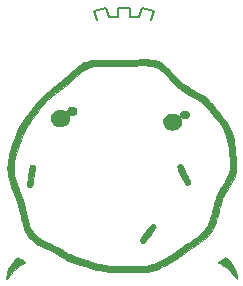
<source format=gto>
G04 #@! TF.FileFunction,Legend,Top*
%FSLAX46Y46*%
G04 Gerber Fmt 4.6, Leading zero omitted, Abs format (unit mm)*
G04 Created by KiCad (PCBNEW 4.0.6-e0-6349~53~ubuntu16.04.1) date Sun Nov  5 22:25:15 2017*
%MOMM*%
%LPD*%
G01*
G04 APERTURE LIST*
%ADD10C,0.100000*%
%ADD11C,0.200000*%
%ADD12C,0.010000*%
G04 APERTURE END LIST*
D10*
D11*
X49276000Y-32512000D02*
X49022000Y-33274000D01*
X48260000Y-32258000D02*
X49276000Y-32512000D01*
X48006000Y-33020000D02*
X48260000Y-32258000D01*
X47244000Y-33020000D02*
X48006000Y-33020000D01*
X47244000Y-32258000D02*
X47244000Y-33020000D01*
X46228000Y-32258000D02*
X47244000Y-32258000D01*
X46228000Y-33020000D02*
X46228000Y-32258000D01*
X45466000Y-33020000D02*
X46228000Y-33020000D01*
X45212000Y-32258000D02*
X45466000Y-33020000D01*
X44196000Y-32512000D02*
X45212000Y-32258000D01*
X44450000Y-33274000D02*
X44196000Y-32512000D01*
D12*
G36*
X37743309Y-53383275D02*
X37812907Y-53423627D01*
X37905539Y-53482071D01*
X38010594Y-53551396D01*
X38117460Y-53624393D01*
X38215525Y-53693853D01*
X38294178Y-53752568D01*
X38342807Y-53793328D01*
X38353309Y-53807052D01*
X38329715Y-53834179D01*
X38270092Y-53865320D01*
X38248167Y-53873628D01*
X38092398Y-53945283D01*
X37913456Y-54056741D01*
X37719622Y-54200935D01*
X37519178Y-54370802D01*
X37320405Y-54559274D01*
X37131583Y-54759286D01*
X36960994Y-54963774D01*
X36942889Y-54987298D01*
X36844703Y-55111652D01*
X36774022Y-55189740D01*
X36728132Y-55222974D01*
X36704325Y-55212762D01*
X36699887Y-55160517D01*
X36705200Y-55110944D01*
X36784570Y-54749466D01*
X36918886Y-54393951D01*
X37106694Y-54048083D01*
X37152055Y-53978128D01*
X37223680Y-53878368D01*
X37311019Y-53768120D01*
X37406013Y-53656235D01*
X37500600Y-53551566D01*
X37586720Y-53462968D01*
X37656314Y-53399291D01*
X37701320Y-53369391D01*
X37707358Y-53368222D01*
X37743309Y-53383275D01*
X37743309Y-53383275D01*
G37*
X37743309Y-53383275D02*
X37812907Y-53423627D01*
X37905539Y-53482071D01*
X38010594Y-53551396D01*
X38117460Y-53624393D01*
X38215525Y-53693853D01*
X38294178Y-53752568D01*
X38342807Y-53793328D01*
X38353309Y-53807052D01*
X38329715Y-53834179D01*
X38270092Y-53865320D01*
X38248167Y-53873628D01*
X38092398Y-53945283D01*
X37913456Y-54056741D01*
X37719622Y-54200935D01*
X37519178Y-54370802D01*
X37320405Y-54559274D01*
X37131583Y-54759286D01*
X36960994Y-54963774D01*
X36942889Y-54987298D01*
X36844703Y-55111652D01*
X36774022Y-55189740D01*
X36728132Y-55222974D01*
X36704325Y-55212762D01*
X36699887Y-55160517D01*
X36705200Y-55110944D01*
X36784570Y-54749466D01*
X36918886Y-54393951D01*
X37106694Y-54048083D01*
X37152055Y-53978128D01*
X37223680Y-53878368D01*
X37311019Y-53768120D01*
X37406013Y-53656235D01*
X37500600Y-53551566D01*
X37586720Y-53462968D01*
X37656314Y-53399291D01*
X37701320Y-53369391D01*
X37707358Y-53368222D01*
X37743309Y-53383275D01*
G36*
X55336150Y-53399579D02*
X55399894Y-53439620D01*
X55474053Y-53514545D01*
X55563874Y-53617880D01*
X55813205Y-53939557D01*
X56013906Y-54267517D01*
X56163909Y-54597582D01*
X56261148Y-54925575D01*
X56288699Y-55082722D01*
X56295463Y-55179024D01*
X56282295Y-55224774D01*
X56248057Y-55219881D01*
X56191609Y-55164256D01*
X56119889Y-55069341D01*
X56060237Y-54992441D01*
X55970817Y-54886993D01*
X55861704Y-54764432D01*
X55742969Y-54636195D01*
X55683380Y-54573769D01*
X55494183Y-54388348D01*
X55304118Y-54221684D01*
X55121029Y-54079671D01*
X54952760Y-53968207D01*
X54807157Y-53893188D01*
X54750829Y-53872803D01*
X54681187Y-53845217D01*
X54642064Y-53816661D01*
X54638914Y-53808255D01*
X54661495Y-53782111D01*
X54722840Y-53732216D01*
X54814158Y-53665228D01*
X54926661Y-53587807D01*
X54953291Y-53570095D01*
X55091392Y-53479680D01*
X55193501Y-53420517D01*
X55271220Y-53393514D01*
X55336150Y-53399579D01*
X55336150Y-53399579D01*
G37*
X55336150Y-53399579D02*
X55399894Y-53439620D01*
X55474053Y-53514545D01*
X55563874Y-53617880D01*
X55813205Y-53939557D01*
X56013906Y-54267517D01*
X56163909Y-54597582D01*
X56261148Y-54925575D01*
X56288699Y-55082722D01*
X56295463Y-55179024D01*
X56282295Y-55224774D01*
X56248057Y-55219881D01*
X56191609Y-55164256D01*
X56119889Y-55069341D01*
X56060237Y-54992441D01*
X55970817Y-54886993D01*
X55861704Y-54764432D01*
X55742969Y-54636195D01*
X55683380Y-54573769D01*
X55494183Y-54388348D01*
X55304118Y-54221684D01*
X55121029Y-54079671D01*
X54952760Y-53968207D01*
X54807157Y-53893188D01*
X54750829Y-53872803D01*
X54681187Y-53845217D01*
X54642064Y-53816661D01*
X54638914Y-53808255D01*
X54661495Y-53782111D01*
X54722840Y-53732216D01*
X54814158Y-53665228D01*
X54926661Y-53587807D01*
X54953291Y-53570095D01*
X55091392Y-53479680D01*
X55193501Y-53420517D01*
X55271220Y-53393514D01*
X55336150Y-53399579D01*
G36*
X48620799Y-36611518D02*
X48757772Y-36619044D01*
X48875323Y-36630361D01*
X49124187Y-36664993D01*
X49346627Y-36710028D01*
X49549124Y-36769508D01*
X49738161Y-36847477D01*
X49920218Y-36947978D01*
X50101779Y-37075055D01*
X50289323Y-37232751D01*
X50489335Y-37425110D01*
X50708294Y-37656174D01*
X50945488Y-37921763D01*
X51123532Y-38123306D01*
X51278956Y-38293209D01*
X51419869Y-38437734D01*
X51554379Y-38563147D01*
X51690594Y-38675713D01*
X51836623Y-38781697D01*
X52000574Y-38887362D01*
X52190555Y-38998974D01*
X52414674Y-39122797D01*
X52681040Y-39265096D01*
X52690889Y-39270309D01*
X52984484Y-39429695D01*
X53232977Y-39574399D01*
X53443901Y-39710121D01*
X53624793Y-39842560D01*
X53783186Y-39977412D01*
X53926616Y-40120378D01*
X54062617Y-40277154D01*
X54123345Y-40353656D01*
X54204766Y-40456837D01*
X54312369Y-40590515D01*
X54435892Y-40742085D01*
X54565074Y-40898943D01*
X54666631Y-41021000D01*
X54898482Y-41301365D01*
X55095312Y-41547260D01*
X55261145Y-41764980D01*
X55400001Y-41960817D01*
X55515904Y-42141065D01*
X55612875Y-42312018D01*
X55694938Y-42479968D01*
X55766115Y-42651209D01*
X55830428Y-42832034D01*
X55837099Y-42852299D01*
X55920653Y-43137155D01*
X55991173Y-43443194D01*
X56049689Y-43777305D01*
X56097236Y-44146374D01*
X56134845Y-44557292D01*
X56163550Y-45016947D01*
X56164521Y-45036301D01*
X56178598Y-45370460D01*
X56183363Y-45658138D01*
X56176392Y-45908873D01*
X56155257Y-46132207D01*
X56117536Y-46337679D01*
X56060802Y-46534831D01*
X55982630Y-46733202D01*
X55880595Y-46942333D01*
X55752271Y-47171765D01*
X55595235Y-47431037D01*
X55528715Y-47537480D01*
X55389005Y-47760583D01*
X55273782Y-47948485D01*
X55179066Y-48110673D01*
X55100881Y-48256634D01*
X55035250Y-48395855D01*
X54978195Y-48537823D01*
X54925739Y-48692024D01*
X54873905Y-48867946D01*
X54818715Y-49075075D01*
X54756192Y-49322898D01*
X54721423Y-49463072D01*
X54647837Y-49755012D01*
X54582678Y-50000291D01*
X54523084Y-50207552D01*
X54466193Y-50385436D01*
X54409141Y-50542587D01*
X54349065Y-50687648D01*
X54283104Y-50829259D01*
X54241191Y-50912889D01*
X54116531Y-51134755D01*
X53975905Y-51340959D01*
X53813540Y-51537164D01*
X53623665Y-51729033D01*
X53400507Y-51922228D01*
X53138295Y-52122413D01*
X52831256Y-52335250D01*
X52709931Y-52415216D01*
X52517445Y-52542222D01*
X52296630Y-52690487D01*
X52064882Y-52848172D01*
X51839591Y-53003434D01*
X51638153Y-53144435D01*
X51623376Y-53154895D01*
X51446443Y-53279565D01*
X51264868Y-53406263D01*
X51090228Y-53526999D01*
X50934101Y-53633784D01*
X50808064Y-53718628D01*
X50771778Y-53742595D01*
X50551003Y-53878700D01*
X50303904Y-54016446D01*
X50045422Y-54148462D01*
X49790495Y-54267380D01*
X49554062Y-54365828D01*
X49389486Y-54424507D01*
X49217104Y-54477318D01*
X49049212Y-54522668D01*
X48880537Y-54560907D01*
X48705807Y-54592387D01*
X48519747Y-54617461D01*
X48317085Y-54636480D01*
X48092549Y-54649796D01*
X47840865Y-54657759D01*
X47556760Y-54660723D01*
X47234961Y-54659039D01*
X46870196Y-54653057D01*
X46457191Y-54643131D01*
X46213889Y-54636302D01*
X45901374Y-54625247D01*
X45621820Y-54610336D01*
X45365877Y-54589896D01*
X45124198Y-54562254D01*
X44887433Y-54525738D01*
X44646234Y-54478672D01*
X44391253Y-54419385D01*
X44113140Y-54346203D01*
X43802548Y-54257453D01*
X43450127Y-54151462D01*
X43373258Y-54127880D01*
X43014534Y-54015879D01*
X42703848Y-53914824D01*
X42434490Y-53821912D01*
X42199753Y-53734343D01*
X41992928Y-53649314D01*
X41807308Y-53564024D01*
X41636183Y-53475671D01*
X41472847Y-53381454D01*
X41310591Y-53278572D01*
X41261807Y-53246060D01*
X41135180Y-53162481D01*
X41016762Y-53088666D01*
X40896845Y-53019498D01*
X40765720Y-52949864D01*
X40613680Y-52874648D01*
X40431015Y-52788734D01*
X40208017Y-52687009D01*
X40157331Y-52664139D01*
X39873649Y-52533947D01*
X39635645Y-52418855D01*
X39436028Y-52314455D01*
X39267511Y-52216341D01*
X39122803Y-52120107D01*
X38994616Y-52021344D01*
X38875659Y-51915648D01*
X38805556Y-51846940D01*
X38699046Y-51733296D01*
X38597245Y-51614305D01*
X38513201Y-51505774D01*
X38468061Y-51438031D01*
X38349393Y-51206544D01*
X38235238Y-50926052D01*
X38128270Y-50603963D01*
X38031162Y-50247685D01*
X38016163Y-50185669D01*
X37942554Y-49875556D01*
X37880091Y-49613006D01*
X37826568Y-49390740D01*
X37779779Y-49201478D01*
X37737521Y-49037940D01*
X37697588Y-48892848D01*
X37657774Y-48758921D01*
X37615874Y-48628880D01*
X37569684Y-48495446D01*
X37516998Y-48351338D01*
X37455611Y-48189278D01*
X37383318Y-48001985D01*
X37297914Y-47782181D01*
X37253301Y-47667333D01*
X37126630Y-47327835D01*
X37026223Y-47027361D01*
X36949701Y-46756297D01*
X36894689Y-46505028D01*
X36858809Y-46263939D01*
X36839684Y-46023417D01*
X36838165Y-45988111D01*
X36835770Y-45844516D01*
X37354574Y-45844516D01*
X37354585Y-45847000D01*
X37356542Y-46021486D01*
X37361816Y-46156665D01*
X37372486Y-46269657D01*
X37390630Y-46377588D01*
X37418325Y-46497577D01*
X37446704Y-46606119D01*
X37490534Y-46756212D01*
X37549312Y-46938668D01*
X37616373Y-47133710D01*
X37685047Y-47321561D01*
X37708340Y-47382230D01*
X37822793Y-47676546D01*
X37919083Y-47926596D01*
X37999817Y-48140600D01*
X38067602Y-48326776D01*
X38125044Y-48493343D01*
X38174749Y-48648521D01*
X38219325Y-48800528D01*
X38261377Y-48957584D01*
X38303512Y-49127907D01*
X38348337Y-49319716D01*
X38398458Y-49541231D01*
X38411537Y-49599604D01*
X38501992Y-49987322D01*
X38590359Y-50324451D01*
X38680708Y-50616511D01*
X38777113Y-50869019D01*
X38883644Y-51087495D01*
X39004374Y-51277457D01*
X39143374Y-51444425D01*
X39304716Y-51593916D01*
X39492473Y-51731449D01*
X39710715Y-51862543D01*
X39963514Y-51992717D01*
X40254943Y-52127490D01*
X40287223Y-52141811D01*
X40570692Y-52269189D01*
X40811209Y-52382109D01*
X41018740Y-52485751D01*
X41203249Y-52585298D01*
X41374703Y-52685931D01*
X41543067Y-52792831D01*
X41557223Y-52802154D01*
X41709026Y-52900150D01*
X41852329Y-52986955D01*
X41994053Y-53065450D01*
X42141119Y-53138517D01*
X42300448Y-53209038D01*
X42478959Y-53279895D01*
X42683574Y-53353970D01*
X42921213Y-53434146D01*
X43198797Y-53523303D01*
X43523247Y-53624324D01*
X43555174Y-53634155D01*
X43906382Y-53740811D01*
X44213578Y-53830303D01*
X44485970Y-53904266D01*
X44732768Y-53964336D01*
X44963180Y-54012150D01*
X45186416Y-54049341D01*
X45411685Y-54077546D01*
X45648195Y-54098400D01*
X45905157Y-54113539D01*
X46191779Y-54124599D01*
X46340889Y-54128893D01*
X46688090Y-54137765D01*
X46984941Y-54144534D01*
X47237494Y-54149204D01*
X47451806Y-54151777D01*
X47633929Y-54152256D01*
X47789919Y-54150645D01*
X47925830Y-54146946D01*
X48047716Y-54141162D01*
X48161631Y-54133297D01*
X48203556Y-54129809D01*
X48538467Y-54092138D01*
X48837535Y-54037973D01*
X49119739Y-53962126D01*
X49404055Y-53859409D01*
X49709462Y-53724634D01*
X49741667Y-53709301D01*
X49931279Y-53615223D01*
X50113596Y-53517187D01*
X50297784Y-53409503D01*
X50493009Y-53286481D01*
X50708435Y-53142432D01*
X50953229Y-52971665D01*
X51109468Y-52860154D01*
X51292211Y-52730859D01*
X51505768Y-52582945D01*
X51733229Y-52427928D01*
X51957680Y-52277323D01*
X52162211Y-52142648D01*
X52182240Y-52129642D01*
X52492034Y-51925314D01*
X52756815Y-51742236D01*
X52981676Y-51575667D01*
X53171709Y-51420865D01*
X53332005Y-51273091D01*
X53467658Y-51127604D01*
X53583758Y-50979662D01*
X53685399Y-50824526D01*
X53777673Y-50657453D01*
X53790256Y-50632597D01*
X53851699Y-50504846D01*
X53906890Y-50377197D01*
X53958642Y-50241006D01*
X54009767Y-50087625D01*
X54063076Y-49908411D01*
X54121383Y-49694716D01*
X54187500Y-49437894D01*
X54216588Y-49321854D01*
X54289247Y-49033007D01*
X54352881Y-48789862D01*
X54411342Y-48583164D01*
X54468481Y-48403660D01*
X54528152Y-48242093D01*
X54594206Y-48089212D01*
X54670497Y-47935760D01*
X54760875Y-47772485D01*
X54869194Y-47590131D01*
X54999306Y-47379444D01*
X55076407Y-47256333D01*
X55233771Y-47000858D01*
X55360736Y-46782709D01*
X55460791Y-46594071D01*
X55537423Y-46427132D01*
X55594123Y-46274078D01*
X55634379Y-46127096D01*
X55661680Y-45978372D01*
X55667938Y-45931666D01*
X55672773Y-45847957D01*
X55673407Y-45717769D01*
X55670310Y-45550876D01*
X55663954Y-45357049D01*
X55654810Y-45146061D01*
X55643348Y-44927685D01*
X55630040Y-44711693D01*
X55615357Y-44507857D01*
X55599769Y-44325950D01*
X55583749Y-44175745D01*
X55583011Y-44169769D01*
X55528075Y-43800188D01*
X55458947Y-43454405D01*
X55377742Y-43140663D01*
X55286572Y-42867209D01*
X55195504Y-42657889D01*
X55077661Y-42447192D01*
X54923731Y-42212788D01*
X54731083Y-41950924D01*
X54497086Y-41657843D01*
X54482156Y-41639766D01*
X54353325Y-41483240D01*
X54214454Y-41313159D01*
X54078770Y-41145810D01*
X53959502Y-40997480D01*
X53910790Y-40936333D01*
X53743727Y-40730383D01*
X53592559Y-40556611D01*
X53448063Y-40407560D01*
X53301018Y-40275776D01*
X53142200Y-40153802D01*
X52962387Y-40034183D01*
X52752357Y-39909462D01*
X52502887Y-39772185D01*
X52408667Y-39721974D01*
X52240075Y-39631725D01*
X52069289Y-39538676D01*
X51910356Y-39450592D01*
X51777325Y-39375241D01*
X51705530Y-39333267D01*
X51592627Y-39260616D01*
X51463002Y-39169065D01*
X51327316Y-39067064D01*
X51196232Y-38963064D01*
X51080414Y-38865516D01*
X50990524Y-38782872D01*
X50938457Y-38725310D01*
X50894228Y-38669743D01*
X50818963Y-38581149D01*
X50720106Y-38467795D01*
X50605102Y-38337947D01*
X50481396Y-38199871D01*
X50356433Y-38061835D01*
X50237658Y-37932105D01*
X50132515Y-37818947D01*
X50048451Y-37730629D01*
X49992993Y-37675495D01*
X49774285Y-37492724D01*
X49558366Y-37355607D01*
X49330660Y-37256088D01*
X49127996Y-37197610D01*
X48820519Y-37145150D01*
X48474125Y-37121925D01*
X48098481Y-37128433D01*
X47963667Y-37137682D01*
X47642713Y-37163344D01*
X47368349Y-37183889D01*
X47130972Y-37199507D01*
X46920978Y-37210394D01*
X46728765Y-37216741D01*
X46544728Y-37218741D01*
X46359265Y-37216589D01*
X46162771Y-37210477D01*
X45945643Y-37200597D01*
X45698278Y-37187144D01*
X45647740Y-37184238D01*
X45323097Y-37166760D01*
X45047297Y-37155105D01*
X44813019Y-37149461D01*
X44612943Y-37150015D01*
X44439748Y-37156955D01*
X44286114Y-37170467D01*
X44144722Y-37190738D01*
X44008251Y-37217956D01*
X43968559Y-37227173D01*
X43799026Y-37273503D01*
X43639250Y-37330945D01*
X43483113Y-37403612D01*
X43324498Y-37495615D01*
X43157285Y-37611065D01*
X42975357Y-37754074D01*
X42772596Y-37928755D01*
X42542884Y-38139217D01*
X42375667Y-38297684D01*
X42112541Y-38543097D01*
X41857312Y-38766643D01*
X41591233Y-38984141D01*
X41295558Y-39211412D01*
X41272372Y-39228765D01*
X40936825Y-39483320D01*
X40647051Y-39711494D01*
X40400253Y-39915654D01*
X40193632Y-40098171D01*
X40024389Y-40261413D01*
X39917909Y-40375321D01*
X39834623Y-40473367D01*
X39724439Y-40608901D01*
X39593618Y-40773733D01*
X39448420Y-40959673D01*
X39295106Y-41158531D01*
X39139937Y-41362118D01*
X38989173Y-41562242D01*
X38849076Y-41750716D01*
X38725906Y-41919347D01*
X38625924Y-42059948D01*
X38588338Y-42114585D01*
X38476318Y-42284779D01*
X38380269Y-42443163D01*
X38294904Y-42600821D01*
X38214933Y-42768836D01*
X38135070Y-42958289D01*
X38050024Y-43180264D01*
X37958455Y-43434648D01*
X37832974Y-43792317D01*
X37725848Y-44102734D01*
X37635670Y-44371519D01*
X37561032Y-44604293D01*
X37500529Y-44806676D01*
X37452752Y-44984289D01*
X37416296Y-45142751D01*
X37389752Y-45287683D01*
X37371715Y-45424705D01*
X37360778Y-45559437D01*
X37355533Y-45697501D01*
X37354574Y-45844516D01*
X36835770Y-45844516D01*
X36834873Y-45790750D01*
X36841269Y-45594199D01*
X36858585Y-45393512D01*
X36888053Y-45183746D01*
X36930904Y-44959956D01*
X36988370Y-44717198D01*
X37061684Y-44450528D01*
X37152077Y-44155002D01*
X37260781Y-43825675D01*
X37389028Y-43457603D01*
X37538050Y-43045843D01*
X37639803Y-42770777D01*
X37727465Y-42556026D01*
X37832550Y-42338659D01*
X37959123Y-42112055D01*
X38111252Y-41869591D01*
X38293005Y-41604645D01*
X38508448Y-41310595D01*
X38653776Y-41119777D01*
X38777272Y-40959373D01*
X38906774Y-40790905D01*
X39031504Y-40628408D01*
X39140690Y-40485917D01*
X39206506Y-40399821D01*
X39370531Y-40196150D01*
X39551462Y-39994168D01*
X39754286Y-39789357D01*
X39983988Y-39577202D01*
X40245556Y-39353185D01*
X40543976Y-39112790D01*
X40884235Y-38851501D01*
X41065378Y-38716228D01*
X41308244Y-38527615D01*
X41564650Y-38313218D01*
X41812977Y-38091411D01*
X41926640Y-37984161D01*
X42195576Y-37728810D01*
X42433239Y-37512254D01*
X42645297Y-37330615D01*
X42837421Y-37180015D01*
X43015280Y-37056573D01*
X43184544Y-36956412D01*
X43350883Y-36875652D01*
X43519966Y-36810414D01*
X43697464Y-36756820D01*
X43734944Y-36747037D01*
X43893848Y-36709687D01*
X44050957Y-36680171D01*
X44213294Y-36658257D01*
X44387883Y-36643709D01*
X44581747Y-36636295D01*
X44801910Y-36635781D01*
X45055395Y-36641933D01*
X45349225Y-36654517D01*
X45690426Y-36673300D01*
X45783185Y-36678890D01*
X46021152Y-36693106D01*
X46214848Y-36703466D01*
X46376314Y-36709958D01*
X46517593Y-36712568D01*
X46650726Y-36711282D01*
X46787757Y-36706088D01*
X46940727Y-36696971D01*
X47121677Y-36683918D01*
X47208408Y-36677298D01*
X47546413Y-36652219D01*
X47834761Y-36633029D01*
X48079914Y-36619545D01*
X48288330Y-36611587D01*
X48466472Y-36608972D01*
X48620799Y-36611518D01*
X48620799Y-36611518D01*
G37*
X48620799Y-36611518D02*
X48757772Y-36619044D01*
X48875323Y-36630361D01*
X49124187Y-36664993D01*
X49346627Y-36710028D01*
X49549124Y-36769508D01*
X49738161Y-36847477D01*
X49920218Y-36947978D01*
X50101779Y-37075055D01*
X50289323Y-37232751D01*
X50489335Y-37425110D01*
X50708294Y-37656174D01*
X50945488Y-37921763D01*
X51123532Y-38123306D01*
X51278956Y-38293209D01*
X51419869Y-38437734D01*
X51554379Y-38563147D01*
X51690594Y-38675713D01*
X51836623Y-38781697D01*
X52000574Y-38887362D01*
X52190555Y-38998974D01*
X52414674Y-39122797D01*
X52681040Y-39265096D01*
X52690889Y-39270309D01*
X52984484Y-39429695D01*
X53232977Y-39574399D01*
X53443901Y-39710121D01*
X53624793Y-39842560D01*
X53783186Y-39977412D01*
X53926616Y-40120378D01*
X54062617Y-40277154D01*
X54123345Y-40353656D01*
X54204766Y-40456837D01*
X54312369Y-40590515D01*
X54435892Y-40742085D01*
X54565074Y-40898943D01*
X54666631Y-41021000D01*
X54898482Y-41301365D01*
X55095312Y-41547260D01*
X55261145Y-41764980D01*
X55400001Y-41960817D01*
X55515904Y-42141065D01*
X55612875Y-42312018D01*
X55694938Y-42479968D01*
X55766115Y-42651209D01*
X55830428Y-42832034D01*
X55837099Y-42852299D01*
X55920653Y-43137155D01*
X55991173Y-43443194D01*
X56049689Y-43777305D01*
X56097236Y-44146374D01*
X56134845Y-44557292D01*
X56163550Y-45016947D01*
X56164521Y-45036301D01*
X56178598Y-45370460D01*
X56183363Y-45658138D01*
X56176392Y-45908873D01*
X56155257Y-46132207D01*
X56117536Y-46337679D01*
X56060802Y-46534831D01*
X55982630Y-46733202D01*
X55880595Y-46942333D01*
X55752271Y-47171765D01*
X55595235Y-47431037D01*
X55528715Y-47537480D01*
X55389005Y-47760583D01*
X55273782Y-47948485D01*
X55179066Y-48110673D01*
X55100881Y-48256634D01*
X55035250Y-48395855D01*
X54978195Y-48537823D01*
X54925739Y-48692024D01*
X54873905Y-48867946D01*
X54818715Y-49075075D01*
X54756192Y-49322898D01*
X54721423Y-49463072D01*
X54647837Y-49755012D01*
X54582678Y-50000291D01*
X54523084Y-50207552D01*
X54466193Y-50385436D01*
X54409141Y-50542587D01*
X54349065Y-50687648D01*
X54283104Y-50829259D01*
X54241191Y-50912889D01*
X54116531Y-51134755D01*
X53975905Y-51340959D01*
X53813540Y-51537164D01*
X53623665Y-51729033D01*
X53400507Y-51922228D01*
X53138295Y-52122413D01*
X52831256Y-52335250D01*
X52709931Y-52415216D01*
X52517445Y-52542222D01*
X52296630Y-52690487D01*
X52064882Y-52848172D01*
X51839591Y-53003434D01*
X51638153Y-53144435D01*
X51623376Y-53154895D01*
X51446443Y-53279565D01*
X51264868Y-53406263D01*
X51090228Y-53526999D01*
X50934101Y-53633784D01*
X50808064Y-53718628D01*
X50771778Y-53742595D01*
X50551003Y-53878700D01*
X50303904Y-54016446D01*
X50045422Y-54148462D01*
X49790495Y-54267380D01*
X49554062Y-54365828D01*
X49389486Y-54424507D01*
X49217104Y-54477318D01*
X49049212Y-54522668D01*
X48880537Y-54560907D01*
X48705807Y-54592387D01*
X48519747Y-54617461D01*
X48317085Y-54636480D01*
X48092549Y-54649796D01*
X47840865Y-54657759D01*
X47556760Y-54660723D01*
X47234961Y-54659039D01*
X46870196Y-54653057D01*
X46457191Y-54643131D01*
X46213889Y-54636302D01*
X45901374Y-54625247D01*
X45621820Y-54610336D01*
X45365877Y-54589896D01*
X45124198Y-54562254D01*
X44887433Y-54525738D01*
X44646234Y-54478672D01*
X44391253Y-54419385D01*
X44113140Y-54346203D01*
X43802548Y-54257453D01*
X43450127Y-54151462D01*
X43373258Y-54127880D01*
X43014534Y-54015879D01*
X42703848Y-53914824D01*
X42434490Y-53821912D01*
X42199753Y-53734343D01*
X41992928Y-53649314D01*
X41807308Y-53564024D01*
X41636183Y-53475671D01*
X41472847Y-53381454D01*
X41310591Y-53278572D01*
X41261807Y-53246060D01*
X41135180Y-53162481D01*
X41016762Y-53088666D01*
X40896845Y-53019498D01*
X40765720Y-52949864D01*
X40613680Y-52874648D01*
X40431015Y-52788734D01*
X40208017Y-52687009D01*
X40157331Y-52664139D01*
X39873649Y-52533947D01*
X39635645Y-52418855D01*
X39436028Y-52314455D01*
X39267511Y-52216341D01*
X39122803Y-52120107D01*
X38994616Y-52021344D01*
X38875659Y-51915648D01*
X38805556Y-51846940D01*
X38699046Y-51733296D01*
X38597245Y-51614305D01*
X38513201Y-51505774D01*
X38468061Y-51438031D01*
X38349393Y-51206544D01*
X38235238Y-50926052D01*
X38128270Y-50603963D01*
X38031162Y-50247685D01*
X38016163Y-50185669D01*
X37942554Y-49875556D01*
X37880091Y-49613006D01*
X37826568Y-49390740D01*
X37779779Y-49201478D01*
X37737521Y-49037940D01*
X37697588Y-48892848D01*
X37657774Y-48758921D01*
X37615874Y-48628880D01*
X37569684Y-48495446D01*
X37516998Y-48351338D01*
X37455611Y-48189278D01*
X37383318Y-48001985D01*
X37297914Y-47782181D01*
X37253301Y-47667333D01*
X37126630Y-47327835D01*
X37026223Y-47027361D01*
X36949701Y-46756297D01*
X36894689Y-46505028D01*
X36858809Y-46263939D01*
X36839684Y-46023417D01*
X36838165Y-45988111D01*
X36835770Y-45844516D01*
X37354574Y-45844516D01*
X37354585Y-45847000D01*
X37356542Y-46021486D01*
X37361816Y-46156665D01*
X37372486Y-46269657D01*
X37390630Y-46377588D01*
X37418325Y-46497577D01*
X37446704Y-46606119D01*
X37490534Y-46756212D01*
X37549312Y-46938668D01*
X37616373Y-47133710D01*
X37685047Y-47321561D01*
X37708340Y-47382230D01*
X37822793Y-47676546D01*
X37919083Y-47926596D01*
X37999817Y-48140600D01*
X38067602Y-48326776D01*
X38125044Y-48493343D01*
X38174749Y-48648521D01*
X38219325Y-48800528D01*
X38261377Y-48957584D01*
X38303512Y-49127907D01*
X38348337Y-49319716D01*
X38398458Y-49541231D01*
X38411537Y-49599604D01*
X38501992Y-49987322D01*
X38590359Y-50324451D01*
X38680708Y-50616511D01*
X38777113Y-50869019D01*
X38883644Y-51087495D01*
X39004374Y-51277457D01*
X39143374Y-51444425D01*
X39304716Y-51593916D01*
X39492473Y-51731449D01*
X39710715Y-51862543D01*
X39963514Y-51992717D01*
X40254943Y-52127490D01*
X40287223Y-52141811D01*
X40570692Y-52269189D01*
X40811209Y-52382109D01*
X41018740Y-52485751D01*
X41203249Y-52585298D01*
X41374703Y-52685931D01*
X41543067Y-52792831D01*
X41557223Y-52802154D01*
X41709026Y-52900150D01*
X41852329Y-52986955D01*
X41994053Y-53065450D01*
X42141119Y-53138517D01*
X42300448Y-53209038D01*
X42478959Y-53279895D01*
X42683574Y-53353970D01*
X42921213Y-53434146D01*
X43198797Y-53523303D01*
X43523247Y-53624324D01*
X43555174Y-53634155D01*
X43906382Y-53740811D01*
X44213578Y-53830303D01*
X44485970Y-53904266D01*
X44732768Y-53964336D01*
X44963180Y-54012150D01*
X45186416Y-54049341D01*
X45411685Y-54077546D01*
X45648195Y-54098400D01*
X45905157Y-54113539D01*
X46191779Y-54124599D01*
X46340889Y-54128893D01*
X46688090Y-54137765D01*
X46984941Y-54144534D01*
X47237494Y-54149204D01*
X47451806Y-54151777D01*
X47633929Y-54152256D01*
X47789919Y-54150645D01*
X47925830Y-54146946D01*
X48047716Y-54141162D01*
X48161631Y-54133297D01*
X48203556Y-54129809D01*
X48538467Y-54092138D01*
X48837535Y-54037973D01*
X49119739Y-53962126D01*
X49404055Y-53859409D01*
X49709462Y-53724634D01*
X49741667Y-53709301D01*
X49931279Y-53615223D01*
X50113596Y-53517187D01*
X50297784Y-53409503D01*
X50493009Y-53286481D01*
X50708435Y-53142432D01*
X50953229Y-52971665D01*
X51109468Y-52860154D01*
X51292211Y-52730859D01*
X51505768Y-52582945D01*
X51733229Y-52427928D01*
X51957680Y-52277323D01*
X52162211Y-52142648D01*
X52182240Y-52129642D01*
X52492034Y-51925314D01*
X52756815Y-51742236D01*
X52981676Y-51575667D01*
X53171709Y-51420865D01*
X53332005Y-51273091D01*
X53467658Y-51127604D01*
X53583758Y-50979662D01*
X53685399Y-50824526D01*
X53777673Y-50657453D01*
X53790256Y-50632597D01*
X53851699Y-50504846D01*
X53906890Y-50377197D01*
X53958642Y-50241006D01*
X54009767Y-50087625D01*
X54063076Y-49908411D01*
X54121383Y-49694716D01*
X54187500Y-49437894D01*
X54216588Y-49321854D01*
X54289247Y-49033007D01*
X54352881Y-48789862D01*
X54411342Y-48583164D01*
X54468481Y-48403660D01*
X54528152Y-48242093D01*
X54594206Y-48089212D01*
X54670497Y-47935760D01*
X54760875Y-47772485D01*
X54869194Y-47590131D01*
X54999306Y-47379444D01*
X55076407Y-47256333D01*
X55233771Y-47000858D01*
X55360736Y-46782709D01*
X55460791Y-46594071D01*
X55537423Y-46427132D01*
X55594123Y-46274078D01*
X55634379Y-46127096D01*
X55661680Y-45978372D01*
X55667938Y-45931666D01*
X55672773Y-45847957D01*
X55673407Y-45717769D01*
X55670310Y-45550876D01*
X55663954Y-45357049D01*
X55654810Y-45146061D01*
X55643348Y-44927685D01*
X55630040Y-44711693D01*
X55615357Y-44507857D01*
X55599769Y-44325950D01*
X55583749Y-44175745D01*
X55583011Y-44169769D01*
X55528075Y-43800188D01*
X55458947Y-43454405D01*
X55377742Y-43140663D01*
X55286572Y-42867209D01*
X55195504Y-42657889D01*
X55077661Y-42447192D01*
X54923731Y-42212788D01*
X54731083Y-41950924D01*
X54497086Y-41657843D01*
X54482156Y-41639766D01*
X54353325Y-41483240D01*
X54214454Y-41313159D01*
X54078770Y-41145810D01*
X53959502Y-40997480D01*
X53910790Y-40936333D01*
X53743727Y-40730383D01*
X53592559Y-40556611D01*
X53448063Y-40407560D01*
X53301018Y-40275776D01*
X53142200Y-40153802D01*
X52962387Y-40034183D01*
X52752357Y-39909462D01*
X52502887Y-39772185D01*
X52408667Y-39721974D01*
X52240075Y-39631725D01*
X52069289Y-39538676D01*
X51910356Y-39450592D01*
X51777325Y-39375241D01*
X51705530Y-39333267D01*
X51592627Y-39260616D01*
X51463002Y-39169065D01*
X51327316Y-39067064D01*
X51196232Y-38963064D01*
X51080414Y-38865516D01*
X50990524Y-38782872D01*
X50938457Y-38725310D01*
X50894228Y-38669743D01*
X50818963Y-38581149D01*
X50720106Y-38467795D01*
X50605102Y-38337947D01*
X50481396Y-38199871D01*
X50356433Y-38061835D01*
X50237658Y-37932105D01*
X50132515Y-37818947D01*
X50048451Y-37730629D01*
X49992993Y-37675495D01*
X49774285Y-37492724D01*
X49558366Y-37355607D01*
X49330660Y-37256088D01*
X49127996Y-37197610D01*
X48820519Y-37145150D01*
X48474125Y-37121925D01*
X48098481Y-37128433D01*
X47963667Y-37137682D01*
X47642713Y-37163344D01*
X47368349Y-37183889D01*
X47130972Y-37199507D01*
X46920978Y-37210394D01*
X46728765Y-37216741D01*
X46544728Y-37218741D01*
X46359265Y-37216589D01*
X46162771Y-37210477D01*
X45945643Y-37200597D01*
X45698278Y-37187144D01*
X45647740Y-37184238D01*
X45323097Y-37166760D01*
X45047297Y-37155105D01*
X44813019Y-37149461D01*
X44612943Y-37150015D01*
X44439748Y-37156955D01*
X44286114Y-37170467D01*
X44144722Y-37190738D01*
X44008251Y-37217956D01*
X43968559Y-37227173D01*
X43799026Y-37273503D01*
X43639250Y-37330945D01*
X43483113Y-37403612D01*
X43324498Y-37495615D01*
X43157285Y-37611065D01*
X42975357Y-37754074D01*
X42772596Y-37928755D01*
X42542884Y-38139217D01*
X42375667Y-38297684D01*
X42112541Y-38543097D01*
X41857312Y-38766643D01*
X41591233Y-38984141D01*
X41295558Y-39211412D01*
X41272372Y-39228765D01*
X40936825Y-39483320D01*
X40647051Y-39711494D01*
X40400253Y-39915654D01*
X40193632Y-40098171D01*
X40024389Y-40261413D01*
X39917909Y-40375321D01*
X39834623Y-40473367D01*
X39724439Y-40608901D01*
X39593618Y-40773733D01*
X39448420Y-40959673D01*
X39295106Y-41158531D01*
X39139937Y-41362118D01*
X38989173Y-41562242D01*
X38849076Y-41750716D01*
X38725906Y-41919347D01*
X38625924Y-42059948D01*
X38588338Y-42114585D01*
X38476318Y-42284779D01*
X38380269Y-42443163D01*
X38294904Y-42600821D01*
X38214933Y-42768836D01*
X38135070Y-42958289D01*
X38050024Y-43180264D01*
X37958455Y-43434648D01*
X37832974Y-43792317D01*
X37725848Y-44102734D01*
X37635670Y-44371519D01*
X37561032Y-44604293D01*
X37500529Y-44806676D01*
X37452752Y-44984289D01*
X37416296Y-45142751D01*
X37389752Y-45287683D01*
X37371715Y-45424705D01*
X37360778Y-45559437D01*
X37355533Y-45697501D01*
X37354574Y-45844516D01*
X36835770Y-45844516D01*
X36834873Y-45790750D01*
X36841269Y-45594199D01*
X36858585Y-45393512D01*
X36888053Y-45183746D01*
X36930904Y-44959956D01*
X36988370Y-44717198D01*
X37061684Y-44450528D01*
X37152077Y-44155002D01*
X37260781Y-43825675D01*
X37389028Y-43457603D01*
X37538050Y-43045843D01*
X37639803Y-42770777D01*
X37727465Y-42556026D01*
X37832550Y-42338659D01*
X37959123Y-42112055D01*
X38111252Y-41869591D01*
X38293005Y-41604645D01*
X38508448Y-41310595D01*
X38653776Y-41119777D01*
X38777272Y-40959373D01*
X38906774Y-40790905D01*
X39031504Y-40628408D01*
X39140690Y-40485917D01*
X39206506Y-40399821D01*
X39370531Y-40196150D01*
X39551462Y-39994168D01*
X39754286Y-39789357D01*
X39983988Y-39577202D01*
X40245556Y-39353185D01*
X40543976Y-39112790D01*
X40884235Y-38851501D01*
X41065378Y-38716228D01*
X41308244Y-38527615D01*
X41564650Y-38313218D01*
X41812977Y-38091411D01*
X41926640Y-37984161D01*
X42195576Y-37728810D01*
X42433239Y-37512254D01*
X42645297Y-37330615D01*
X42837421Y-37180015D01*
X43015280Y-37056573D01*
X43184544Y-36956412D01*
X43350883Y-36875652D01*
X43519966Y-36810414D01*
X43697464Y-36756820D01*
X43734944Y-36747037D01*
X43893848Y-36709687D01*
X44050957Y-36680171D01*
X44213294Y-36658257D01*
X44387883Y-36643709D01*
X44581747Y-36636295D01*
X44801910Y-36635781D01*
X45055395Y-36641933D01*
X45349225Y-36654517D01*
X45690426Y-36673300D01*
X45783185Y-36678890D01*
X46021152Y-36693106D01*
X46214848Y-36703466D01*
X46376314Y-36709958D01*
X46517593Y-36712568D01*
X46650726Y-36711282D01*
X46787757Y-36706088D01*
X46940727Y-36696971D01*
X47121677Y-36683918D01*
X47208408Y-36677298D01*
X47546413Y-36652219D01*
X47834761Y-36633029D01*
X48079914Y-36619545D01*
X48288330Y-36611587D01*
X48466472Y-36608972D01*
X48620799Y-36611518D01*
G36*
X49237367Y-50581676D02*
X49312899Y-50640275D01*
X49361626Y-50721834D01*
X49372607Y-50815426D01*
X49353078Y-50880071D01*
X49324959Y-50925080D01*
X49268814Y-51006068D01*
X49190259Y-51115548D01*
X49094911Y-51246034D01*
X48988387Y-51390037D01*
X48876304Y-51540072D01*
X48764277Y-51688649D01*
X48657925Y-51828282D01*
X48562863Y-51951484D01*
X48484709Y-52050767D01*
X48429079Y-52118644D01*
X48402887Y-52146713D01*
X48317273Y-52180767D01*
X48218162Y-52172386D01*
X48126009Y-52124227D01*
X48108627Y-52108484D01*
X48046568Y-52013211D01*
X48039930Y-51909041D01*
X48066721Y-51836232D01*
X48092105Y-51797639D01*
X48146534Y-51720803D01*
X48225045Y-51612527D01*
X48322673Y-51479616D01*
X48434456Y-51328876D01*
X48533726Y-51196032D01*
X48680825Y-51002687D01*
X48808270Y-50840954D01*
X48913111Y-50714372D01*
X48992400Y-50626478D01*
X49043187Y-50580810D01*
X49049651Y-50577062D01*
X49145970Y-50556963D01*
X49237367Y-50581676D01*
X49237367Y-50581676D01*
G37*
X49237367Y-50581676D02*
X49312899Y-50640275D01*
X49361626Y-50721834D01*
X49372607Y-50815426D01*
X49353078Y-50880071D01*
X49324959Y-50925080D01*
X49268814Y-51006068D01*
X49190259Y-51115548D01*
X49094911Y-51246034D01*
X48988387Y-51390037D01*
X48876304Y-51540072D01*
X48764277Y-51688649D01*
X48657925Y-51828282D01*
X48562863Y-51951484D01*
X48484709Y-52050767D01*
X48429079Y-52118644D01*
X48402887Y-52146713D01*
X48317273Y-52180767D01*
X48218162Y-52172386D01*
X48126009Y-52124227D01*
X48108627Y-52108484D01*
X48046568Y-52013211D01*
X48039930Y-51909041D01*
X48066721Y-51836232D01*
X48092105Y-51797639D01*
X48146534Y-51720803D01*
X48225045Y-51612527D01*
X48322673Y-51479616D01*
X48434456Y-51328876D01*
X48533726Y-51196032D01*
X48680825Y-51002687D01*
X48808270Y-50840954D01*
X48913111Y-50714372D01*
X48992400Y-50626478D01*
X49043187Y-50580810D01*
X49049651Y-50577062D01*
X49145970Y-50556963D01*
X49237367Y-50581676D01*
G36*
X39061734Y-45567287D02*
X39135959Y-45636142D01*
X39146001Y-45652767D01*
X39156343Y-45679972D01*
X39161817Y-45718924D01*
X39161827Y-45776132D01*
X39155779Y-45858109D01*
X39143079Y-45971367D01*
X39123133Y-46122417D01*
X39095345Y-46317771D01*
X39068758Y-46498923D01*
X39033971Y-46731462D01*
X39005421Y-46914662D01*
X38981707Y-47055108D01*
X38961428Y-47159388D01*
X38943182Y-47234086D01*
X38925569Y-47285789D01*
X38907187Y-47321083D01*
X38888954Y-47344128D01*
X38801238Y-47401022D01*
X38698820Y-47414314D01*
X38601220Y-47383777D01*
X38556475Y-47348014D01*
X38531730Y-47317646D01*
X38513806Y-47282020D01*
X38502965Y-47234716D01*
X38499469Y-47169316D01*
X38503579Y-47079398D01*
X38515557Y-46958543D01*
X38535663Y-46800333D01*
X38564159Y-46598347D01*
X38595737Y-46383643D01*
X38631136Y-46150661D01*
X38661558Y-45967200D01*
X38689102Y-45826784D01*
X38715864Y-45722934D01*
X38743944Y-45649173D01*
X38775439Y-45599023D01*
X38812448Y-45566007D01*
X38857069Y-45543647D01*
X38869296Y-45539092D01*
X38965416Y-45531885D01*
X39061734Y-45567287D01*
X39061734Y-45567287D01*
G37*
X39061734Y-45567287D02*
X39135959Y-45636142D01*
X39146001Y-45652767D01*
X39156343Y-45679972D01*
X39161817Y-45718924D01*
X39161827Y-45776132D01*
X39155779Y-45858109D01*
X39143079Y-45971367D01*
X39123133Y-46122417D01*
X39095345Y-46317771D01*
X39068758Y-46498923D01*
X39033971Y-46731462D01*
X39005421Y-46914662D01*
X38981707Y-47055108D01*
X38961428Y-47159388D01*
X38943182Y-47234086D01*
X38925569Y-47285789D01*
X38907187Y-47321083D01*
X38888954Y-47344128D01*
X38801238Y-47401022D01*
X38698820Y-47414314D01*
X38601220Y-47383777D01*
X38556475Y-47348014D01*
X38531730Y-47317646D01*
X38513806Y-47282020D01*
X38502965Y-47234716D01*
X38499469Y-47169316D01*
X38503579Y-47079398D01*
X38515557Y-46958543D01*
X38535663Y-46800333D01*
X38564159Y-46598347D01*
X38595737Y-46383643D01*
X38631136Y-46150661D01*
X38661558Y-45967200D01*
X38689102Y-45826784D01*
X38715864Y-45722934D01*
X38743944Y-45649173D01*
X38775439Y-45599023D01*
X38812448Y-45566007D01*
X38857069Y-45543647D01*
X38869296Y-45539092D01*
X38965416Y-45531885D01*
X39061734Y-45567287D01*
G36*
X51497863Y-45476328D02*
X51565986Y-45512491D01*
X51629626Y-45582254D01*
X51696653Y-45693382D01*
X51744501Y-45788839D01*
X51880076Y-46071942D01*
X51993046Y-46308681D01*
X52085158Y-46503610D01*
X52158157Y-46661288D01*
X52213787Y-46786271D01*
X52253796Y-46883115D01*
X52279927Y-46956378D01*
X52293927Y-47010616D01*
X52297542Y-47050386D01*
X52292516Y-47080244D01*
X52280595Y-47104748D01*
X52263524Y-47128454D01*
X52259603Y-47133556D01*
X52171681Y-47210228D01*
X52070085Y-47238849D01*
X51967795Y-47217240D01*
X51924063Y-47189817D01*
X51893685Y-47150136D01*
X51844252Y-47067321D01*
X51779828Y-46949703D01*
X51704473Y-46805612D01*
X51622248Y-46643380D01*
X51537216Y-46471337D01*
X51453438Y-46297813D01*
X51374974Y-46131140D01*
X51305886Y-45979647D01*
X51250237Y-45851666D01*
X51212086Y-45755527D01*
X51195496Y-45699561D01*
X51195112Y-45694602D01*
X51217144Y-45628690D01*
X51271536Y-45556713D01*
X51340728Y-45496730D01*
X51407158Y-45466801D01*
X51417390Y-45466000D01*
X51497863Y-45476328D01*
X51497863Y-45476328D01*
G37*
X51497863Y-45476328D02*
X51565986Y-45512491D01*
X51629626Y-45582254D01*
X51696653Y-45693382D01*
X51744501Y-45788839D01*
X51880076Y-46071942D01*
X51993046Y-46308681D01*
X52085158Y-46503610D01*
X52158157Y-46661288D01*
X52213787Y-46786271D01*
X52253796Y-46883115D01*
X52279927Y-46956378D01*
X52293927Y-47010616D01*
X52297542Y-47050386D01*
X52292516Y-47080244D01*
X52280595Y-47104748D01*
X52263524Y-47128454D01*
X52259603Y-47133556D01*
X52171681Y-47210228D01*
X52070085Y-47238849D01*
X51967795Y-47217240D01*
X51924063Y-47189817D01*
X51893685Y-47150136D01*
X51844252Y-47067321D01*
X51779828Y-46949703D01*
X51704473Y-46805612D01*
X51622248Y-46643380D01*
X51537216Y-46471337D01*
X51453438Y-46297813D01*
X51374974Y-46131140D01*
X51305886Y-45979647D01*
X51250237Y-45851666D01*
X51212086Y-45755527D01*
X51195496Y-45699561D01*
X51195112Y-45694602D01*
X51217144Y-45628690D01*
X51271536Y-45556713D01*
X51340728Y-45496730D01*
X51407158Y-45466801D01*
X51417390Y-45466000D01*
X51497863Y-45476328D01*
G36*
X50931117Y-41248362D02*
X51034270Y-41254503D01*
X51109666Y-41267277D01*
X51171619Y-41288762D01*
X51211895Y-41308615D01*
X51364968Y-41419548D01*
X51476049Y-41560266D01*
X51543742Y-41721338D01*
X51566650Y-41893335D01*
X51543379Y-42066826D01*
X51472531Y-42232379D01*
X51368313Y-42365424D01*
X51273940Y-42448411D01*
X51177210Y-42504688D01*
X51064157Y-42538779D01*
X50920813Y-42555209D01*
X50771778Y-42558678D01*
X50633655Y-42554924D01*
X50530319Y-42541326D01*
X50440445Y-42514140D01*
X50387024Y-42491107D01*
X50248848Y-42398361D01*
X50137342Y-42268098D01*
X50058861Y-42113599D01*
X50019759Y-41948145D01*
X50026388Y-41785017D01*
X50033962Y-41753108D01*
X50096628Y-41600675D01*
X50191871Y-41459483D01*
X50305913Y-41348329D01*
X50354254Y-41316175D01*
X50414375Y-41284980D01*
X50473531Y-41264761D01*
X50546144Y-41253201D01*
X50646634Y-41247979D01*
X50785889Y-41246777D01*
X50931117Y-41248362D01*
X50931117Y-41248362D01*
G37*
X50931117Y-41248362D02*
X51034270Y-41254503D01*
X51109666Y-41267277D01*
X51171619Y-41288762D01*
X51211895Y-41308615D01*
X51364968Y-41419548D01*
X51476049Y-41560266D01*
X51543742Y-41721338D01*
X51566650Y-41893335D01*
X51543379Y-42066826D01*
X51472531Y-42232379D01*
X51368313Y-42365424D01*
X51273940Y-42448411D01*
X51177210Y-42504688D01*
X51064157Y-42538779D01*
X50920813Y-42555209D01*
X50771778Y-42558678D01*
X50633655Y-42554924D01*
X50530319Y-42541326D01*
X50440445Y-42514140D01*
X50387024Y-42491107D01*
X50248848Y-42398361D01*
X50137342Y-42268098D01*
X50058861Y-42113599D01*
X50019759Y-41948145D01*
X50026388Y-41785017D01*
X50033962Y-41753108D01*
X50096628Y-41600675D01*
X50191871Y-41459483D01*
X50305913Y-41348329D01*
X50354254Y-41316175D01*
X50414375Y-41284980D01*
X50473531Y-41264761D01*
X50546144Y-41253201D01*
X50646634Y-41247979D01*
X50785889Y-41246777D01*
X50931117Y-41248362D01*
G36*
X41419908Y-40937889D02*
X41522813Y-40943964D01*
X41598103Y-40956665D01*
X41660168Y-40978103D01*
X41702659Y-40999014D01*
X41852608Y-41108450D01*
X41961774Y-41248563D01*
X42028721Y-41409558D01*
X42052016Y-41581642D01*
X42030222Y-41755023D01*
X41961904Y-41919906D01*
X41857425Y-42054979D01*
X41746366Y-42148892D01*
X41639364Y-42208493D01*
X41613667Y-42217100D01*
X41513491Y-42234196D01*
X41379340Y-42243169D01*
X41230932Y-42244178D01*
X41087982Y-42237381D01*
X40970207Y-42222937D01*
X40922512Y-42211540D01*
X40805676Y-42149923D01*
X40693649Y-42048512D01*
X40600838Y-41923138D01*
X40543092Y-41794600D01*
X40510009Y-41659697D01*
X40503236Y-41551245D01*
X40522571Y-41445861D01*
X40539640Y-41393476D01*
X40623295Y-41223950D01*
X40738576Y-41084557D01*
X40844999Y-41004812D01*
X40904634Y-40973990D01*
X40963889Y-40954021D01*
X41037134Y-40942614D01*
X41138740Y-40937481D01*
X41275000Y-40936333D01*
X41419908Y-40937889D01*
X41419908Y-40937889D01*
G37*
X41419908Y-40937889D02*
X41522813Y-40943964D01*
X41598103Y-40956665D01*
X41660168Y-40978103D01*
X41702659Y-40999014D01*
X41852608Y-41108450D01*
X41961774Y-41248563D01*
X42028721Y-41409558D01*
X42052016Y-41581642D01*
X42030222Y-41755023D01*
X41961904Y-41919906D01*
X41857425Y-42054979D01*
X41746366Y-42148892D01*
X41639364Y-42208493D01*
X41613667Y-42217100D01*
X41513491Y-42234196D01*
X41379340Y-42243169D01*
X41230932Y-42244178D01*
X41087982Y-42237381D01*
X40970207Y-42222937D01*
X40922512Y-42211540D01*
X40805676Y-42149923D01*
X40693649Y-42048512D01*
X40600838Y-41923138D01*
X40543092Y-41794600D01*
X40510009Y-41659697D01*
X40503236Y-41551245D01*
X40522571Y-41445861D01*
X40539640Y-41393476D01*
X40623295Y-41223950D01*
X40738576Y-41084557D01*
X40844999Y-41004812D01*
X40904634Y-40973990D01*
X40963889Y-40954021D01*
X41037134Y-40942614D01*
X41138740Y-40937481D01*
X41275000Y-40936333D01*
X41419908Y-40937889D01*
G36*
X51954081Y-40965383D02*
X52071579Y-41011155D01*
X52148537Y-41090102D01*
X52180356Y-41165979D01*
X52197051Y-41308552D01*
X52168508Y-41435127D01*
X52098601Y-41535182D01*
X52026372Y-41584167D01*
X51928016Y-41612660D01*
X51804419Y-41624748D01*
X51682959Y-41619404D01*
X51601176Y-41600118D01*
X51506181Y-41532795D01*
X51444241Y-41426002D01*
X51420940Y-41289576D01*
X51420889Y-41282482D01*
X51426684Y-41188699D01*
X51451726Y-41122568D01*
X51507498Y-41055833D01*
X51516845Y-41046400D01*
X51574707Y-40993321D01*
X51626980Y-40964539D01*
X51694696Y-40952727D01*
X51792012Y-40950550D01*
X51954081Y-40965383D01*
X51954081Y-40965383D01*
G37*
X51954081Y-40965383D02*
X52071579Y-41011155D01*
X52148537Y-41090102D01*
X52180356Y-41165979D01*
X52197051Y-41308552D01*
X52168508Y-41435127D01*
X52098601Y-41535182D01*
X52026372Y-41584167D01*
X51928016Y-41612660D01*
X51804419Y-41624748D01*
X51682959Y-41619404D01*
X51601176Y-41600118D01*
X51506181Y-41532795D01*
X51444241Y-41426002D01*
X51420940Y-41289576D01*
X51420889Y-41282482D01*
X51426684Y-41188699D01*
X51451726Y-41122568D01*
X51507498Y-41055833D01*
X51516845Y-41046400D01*
X51574707Y-40993321D01*
X51626980Y-40964539D01*
X51694696Y-40952727D01*
X51792012Y-40950550D01*
X51954081Y-40965383D01*
G36*
X42437154Y-40652984D02*
X42552386Y-40694695D01*
X42626428Y-40769274D01*
X42664089Y-40880858D01*
X42671373Y-40980400D01*
X42655651Y-41116554D01*
X42604038Y-41213524D01*
X42511760Y-41279218D01*
X42484009Y-41290840D01*
X42397669Y-41308968D01*
X42284938Y-41314707D01*
X42173107Y-41308137D01*
X42090287Y-41289673D01*
X41995292Y-41222350D01*
X41933352Y-41115557D01*
X41910051Y-40979132D01*
X41910000Y-40972038D01*
X41915795Y-40878254D01*
X41940837Y-40812123D01*
X41996609Y-40745389D01*
X42005956Y-40735955D01*
X42064915Y-40682118D01*
X42118402Y-40653334D01*
X42188143Y-40641879D01*
X42275922Y-40640000D01*
X42437154Y-40652984D01*
X42437154Y-40652984D01*
G37*
X42437154Y-40652984D02*
X42552386Y-40694695D01*
X42626428Y-40769274D01*
X42664089Y-40880858D01*
X42671373Y-40980400D01*
X42655651Y-41116554D01*
X42604038Y-41213524D01*
X42511760Y-41279218D01*
X42484009Y-41290840D01*
X42397669Y-41308968D01*
X42284938Y-41314707D01*
X42173107Y-41308137D01*
X42090287Y-41289673D01*
X41995292Y-41222350D01*
X41933352Y-41115557D01*
X41910051Y-40979132D01*
X41910000Y-40972038D01*
X41915795Y-40878254D01*
X41940837Y-40812123D01*
X41996609Y-40745389D01*
X42005956Y-40735955D01*
X42064915Y-40682118D01*
X42118402Y-40653334D01*
X42188143Y-40641879D01*
X42275922Y-40640000D01*
X42437154Y-40652984D01*
M02*

</source>
